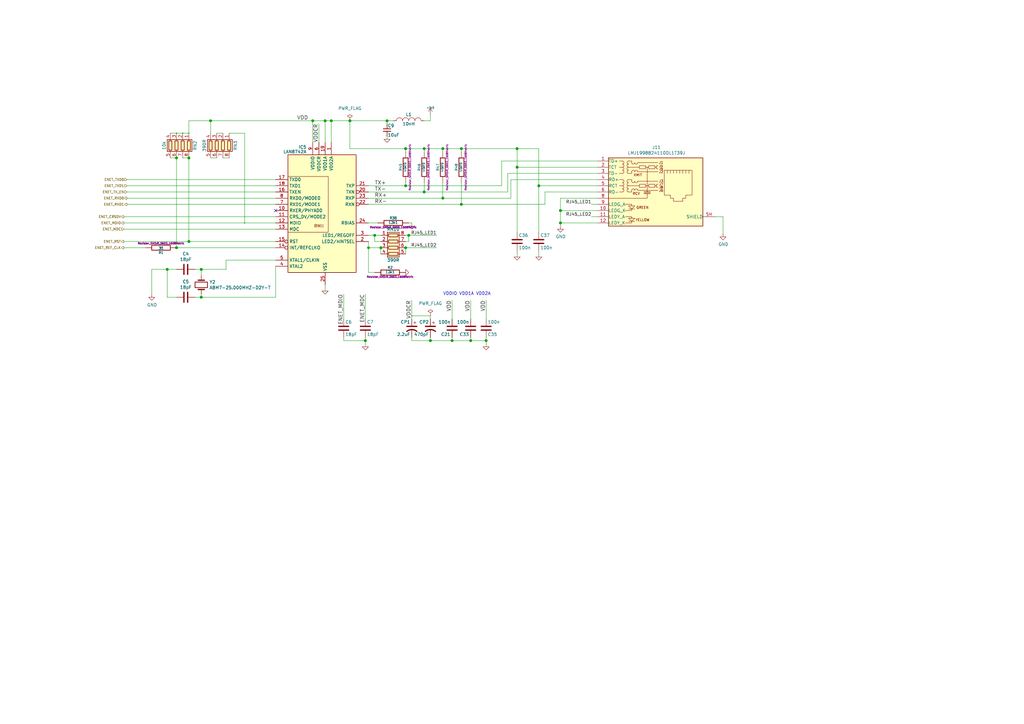
<source format=kicad_sch>
(kicad_sch (version 20211123) (generator eeschema)
  (paper "A3")
  (lib_symbols
    (symbol "Device:C" (pin_numbers hide) (pin_names (offset 0.254))
      (property "Reference" "C" (at 0.635 2.54 0))
      (property "Value" "C" (at 0.635 -2.54 0))
      (symbol "C_0_1"
        (polyline (pts (xy -2.032 -0.762) (xy 2.032 -0.762)) (stroke (width 0.508)))
        (polyline (pts (xy -2.032 0.762) (xy 2.032 0.762)) (stroke (width 0.508)))
      )
      (symbol "C_1_1"
        (pin passive line (at 0 3.81 270) (length 2.794) (name "~") (number "1"))
        (pin passive line (at 0 -3.81 90) (length 2.794) (name "~") (number "2"))
      )
    )
    (symbol "Device:CP1" (pin_numbers hide) (pin_names (offset 0.254) hide)
      (property "Reference" "C" (at 0.635 2.54 0))
      (property "Value" "CP1" (at 0.635 -2.54 0))
      (symbol "CP1_0_1"
        (polyline (pts (xy -2.032 0.762) (xy 2.032 0.762)) (stroke (width 0.508)))
        (polyline (pts (xy -1.778 2.286) (xy -0.762 2.286)))
        (polyline (pts (xy -1.27 1.778) (xy -1.27 2.794)))
        (arc (start 2.032 -1.27) (mid 0 -0.5572) (end -2.032 -1.27) (stroke (width 0.508)))
      )
      (symbol "CP1_1_1"
        (pin passive line (at 0 3.81 270) (length 2.794) (name "~") (number "1"))
        (pin passive line (at 0 -3.81 90) (length 3.302) (name "~") (number "2"))
      )
    )
    (symbol "Device:C_Small" (pin_numbers hide) (pin_names (offset 0.254) hide)
      (property "Reference" "C" (at 0.254 1.778 0))
      (property "Value" "C_Small" (at 0.254 -2.032 0))
      (symbol "C_Small_0_1"
        (polyline (pts (xy -1.524 -0.508) (xy 1.524 -0.508)) (stroke (width 0.3302)))
        (polyline (pts (xy -1.524 0.508) (xy 1.524 0.508)) (stroke (width 0.3048)))
      )
      (symbol "C_Small_1_1"
        (pin passive line (at 0 2.54 270) (length 2.032) (name "~") (number "1"))
        (pin passive line (at 0 -2.54 90) (length 2.032) (name "~") (number "2"))
      )
    )
    (symbol "Device:R_Pack04" (pin_names (offset 0) hide)
      (property "Reference" "RN" (at -7.62 0 90))
      (property "Value" "R_Pack04" (at 5.08 0 90))
      (symbol "R_Pack04_0_1"
        (rectangle (start -6.35 -2.413) (end 3.81 2.413) (stroke (width 0.254)) (fill (type background)))
        (rectangle (start -5.715 1.905) (end -4.445 -1.905) (stroke (width 0.254)))
        (rectangle (start -3.175 1.905) (end -1.905 -1.905) (stroke (width 0.254)))
        (rectangle (start -0.635 1.905) (end 0.635 -1.905) (stroke (width 0.254)))
        (polyline (pts (xy -5.08 -2.54) (xy -5.08 -1.905)))
        (polyline (pts (xy -5.08 1.905) (xy -5.08 2.54)))
        (polyline (pts (xy -2.54 -2.54) (xy -2.54 -1.905)))
        (polyline (pts (xy -2.54 1.905) (xy -2.54 2.54)))
        (polyline (pts (xy 0 -2.54) (xy 0 -1.905)))
        (polyline (pts (xy 0 1.905) (xy 0 2.54)))
        (polyline (pts (xy 2.54 -2.54) (xy 2.54 -1.905)))
        (polyline (pts (xy 2.54 1.905) (xy 2.54 2.54)))
        (rectangle (start 1.905 1.905) (end 3.175 -1.905) (stroke (width 0.254)))
      )
      (symbol "R_Pack04_1_1"
        (pin passive line (at -5.08 -5.08 90) (length 2.54) (name "R1.1") (number "1"))
        (pin passive line (at -2.54 -5.08 90) (length 2.54) (name "R2.1") (number "2"))
        (pin passive line (at 0 -5.08 90) (length 2.54) (name "R3.1") (number "3"))
        (pin passive line (at 2.54 -5.08 90) (length 2.54) (name "R4.1") (number "4"))
        (pin passive line (at 2.54 5.08 270) (length 2.54) (name "R4.2") (number "5"))
        (pin passive line (at 0 5.08 270) (length 2.54) (name "R3.2") (number "6"))
        (pin passive line (at -2.54 5.08 270) (length 2.54) (name "R2.2") (number "7"))
        (pin passive line (at -5.08 5.08 270) (length 2.54) (name "R1.2") (number "8"))
      )
    )
    (symbol "Uni_Printer-rescue:C-Device" (pin_numbers hide) (pin_names (offset 0.254))
      (property "Reference" "C" (at 0.635 2.54 0))
      (property "Value" "C-Device" (at 0.635 -2.54 0))
      (symbol "C-Device_0_1"
        (polyline (pts (xy -2.032 -0.762) (xy 2.032 -0.762)) (stroke (width 0.508)))
        (polyline (pts (xy -2.032 0.762) (xy 2.032 0.762)) (stroke (width 0.508)))
      )
      (symbol "C-Device_1_1"
        (pin passive line (at 0 3.81 270) (length 2.794) (name "~") (number "1"))
        (pin passive line (at 0 -3.81 90) (length 2.794) (name "~") (number "2"))
      )
    )
    (symbol "Uni_Printer-rescue:Crystal-Device" (pin_numbers hide) (pin_names (offset 1.016) hide)
      (property "Reference" "Y" (at 0 3.81 0))
      (property "Value" "Crystal-Device" (at 0 -3.81 0))
      (symbol "Crystal-Device_0_1"
        (rectangle (start -1.143 2.54) (end 1.143 -2.54) (stroke (width 0.3048)))
        (polyline (pts (xy -2.54 0) (xy -1.905 0)))
        (polyline (pts (xy -1.905 -1.27) (xy -1.905 1.27)) (stroke (width 0.508)))
        (polyline (pts (xy 1.905 -1.27) (xy 1.905 1.27)) (stroke (width 0.508)))
        (polyline (pts (xy 2.54 0) (xy 1.905 0)))
      )
      (symbol "Crystal-Device_1_1"
        (pin passive line (at -3.81 0 0) (length 1.27) (name "1") (number "1"))
        (pin passive line (at 3.81 0 180) (length 1.27) (name "2") (number "2"))
      )
    )
    (symbol "Uni_Printer-rescue:GND-lampa_uv-cache" (power) (pin_names (offset 0))
      (property "Value" "GND-lampa_uv-cache" (at 0 -3.81 0))
      (symbol "GND-lampa_uv-cache_0_1"
        (polyline (pts (xy 0 0) (xy 0 -1.27) (xy 1.27 -1.27) (xy 0 -2.54) (xy -1.27 -1.27) (xy 0 -1.27)))
      )
      (symbol "GND-lampa_uv-cache_1_1"
        (pin power_in line (at 0 0 270) (length 0) hide (name "GND") (number "1"))
      )
    )
    (symbol "Uni_Printer-rescue:GND-lampa_uv-cache-Sensor_tank_v1-rescue-Uni_General_v1-rescue-Uni_Printer_v1-rescue" (power) (pin_names (offset 0))
      (property "Value" "GND-lampa_uv-cache-Sensor_tank_v1-rescue-Uni_General_v1-rescue-Uni_Printer_v1-rescue" (at 0 -3.81 0))
      (symbol "GND-lampa_uv-cache-Sensor_tank_v1-rescue-Uni_General_v1-rescue-Uni_Printer_v1-rescue_0_1"
        (polyline (pts (xy 0 0) (xy 0 -1.27) (xy 1.27 -1.27) (xy 0 -2.54) (xy -1.27 -1.27) (xy 0 -1.27)))
      )
      (symbol "GND-lampa_uv-cache-Sensor_tank_v1-rescue-Uni_General_v1-rescue-Uni_Printer_v1-rescue_1_1"
        (pin power_in line (at 0 0 270) (length 0) hide (name "GND") (number "1"))
      )
    )
    (symbol "Uni_Printer-rescue:RJ45-TRANSFO_v2-rj12" (pin_names (offset 0.0254))
      (property "Reference" "J" (at 2.54 15.24 0))
      (property "Value" "RJ45-TRANSFO_v2-rj12" (at -1.27 15.24 0))
      (symbol "RJ45-TRANSFO_v2-rj12_0_0"
        (polyline (pts (xy -19.05 -6.985) (xy -19.05 -7.62) (xy -21.59 -7.62)))
        (polyline (pts (xy -17.78 -12.065) (xy -20.32 -12.065) (xy -20.32 -12.065)))
        (polyline (pts (xy -17.78 -6.985) (xy -20.32 -6.985) (xy -20.32 -6.985)))
        (polyline (pts (xy -12.7 2.54) (xy -12.7 0) (xy -12.7 0)))
        (polyline (pts (xy -12.7 10.16) (xy -12.7 2.54) (xy -12.7 2.54)))
        (polyline (pts (xy -11.43 -0.635) (xy -13.97 -0.635) (xy -13.97 -0.635)) (stroke (width 0.254)))
        (polyline (pts (xy -8.89 2.54) (xy -9.525 2.54) (xy -9.525 2.54)))
        (polyline (pts (xy -8.89 10.16) (xy -9.525 10.16) (xy -9.525 10.16)))
        (polyline (pts (xy -21.59 -12.7) (xy -19.05 -12.7) (xy -19.05 -12.065) (xy -19.05 -12.065)))
        (polyline (pts (xy -21.59 -10.16) (xy -19.05 -10.16) (xy -19.05 -10.795) (xy -19.05 -10.795)))
        (polyline (pts (xy -21.59 -5.08) (xy -19.05 -5.08) (xy -19.05 -5.715) (xy -19.05 -5.715)))
        (polyline (pts (xy -12.7 -0.635) (xy -12.7 -2.54) (xy -28.575 -2.54) (xy -22.225 -2.54)))
        (polyline (pts (xy -11.43 0) (xy -13.335 0) (xy -13.97 0) (xy -13.97 0)) (stroke (width 0.254)))
        (polyline (pts (xy -20.32 -5.715) (xy -17.78 -5.715) (xy -19.05 -6.985) (xy -20.32 -5.715) (xy -20.32 -5.715)))
        (polyline (pts (xy -17.78 -10.795) (xy -20.32 -10.795) (xy -19.05 -12.065) (xy -17.78 -10.795) (xy -17.78 -10.795)))
        (polyline (pts (xy -8.255 3.175) (xy -8.89 3.175) (xy -8.89 1.905) (xy -8.255 1.905) (xy -8.255 1.905)))
        (polyline (pts (xy -8.255 10.795) (xy -8.89 10.795) (xy -8.89 9.525) (xy -8.255 9.525) (xy -8.255 9.525)))
        (text "GREEN" (at -14.605 -6.35 0) (effects (font (size 1.016 1.016))))
        (text "J1" (at -6.985 12.065 0) (effects (font (size 1.016 1.016))))
        (text "J2" (at -6.985 8.255 0) (effects (font (size 1.016 1.016))))
        (text "J3" (at -6.985 4.445 0) (effects (font (size 1.016 1.016))))
        (text "J4" (at -6.985 10.16 0) (effects (font (size 0.889 0.889)) (justify bottom)))
        (text "J5" (at -6.985 9.525 0) (effects (font (size 0.889 0.889))))
        (text "J6" (at -6.985 0.635 0) (effects (font (size 1.016 1.016))))
        (text "J7" (at -6.985 2.54 0) (effects (font (size 0.889 0.889)) (justify bottom)))
        (text "J8" (at -6.985 1.905 0) (effects (font (size 0.889 0.889))))
        (text "RCV" (at -17.145 -0.635 0) (effects (font (size 1.016 1.016))))
        (text "XMIT" (at -16.51 6.985 0) (effects (font (size 1.016 1.016))))
        (text "YELLOW" (at -14.605 -11.43 0) (effects (font (size 1.016 1.016))))
      )
      (symbol "RJ45-TRANSFO_v2-rj12_0_1"
        (rectangle (start -28.575 -13.97) (end 10.16 13.97) (stroke (width 0.254)) (fill (type background)))
        (arc (start -22.86 0) (mid -22.225 0.635) (end -22.86 1.27))
        (arc (start -22.86 1.27) (mid -22.225 1.905) (end -22.86 2.54))
        (arc (start -22.86 2.54) (mid -22.225 3.175) (end -22.86 3.81))
        (arc (start -22.86 3.81) (mid -22.225 4.445) (end -22.86 5.08))
        (arc (start -22.86 7.62) (mid -22.225 8.255) (end -22.86 8.89))
        (arc (start -22.86 8.89) (mid -22.225 9.525) (end -22.86 10.16))
        (arc (start -22.86 10.16) (mid -22.225 10.795) (end -22.86 11.43))
        (arc (start -22.86 11.43) (mid -22.225 12.065) (end -22.86 12.7))
        (arc (start -20.32 1.27) (mid -20.955 0.635) (end -20.32 0))
        (arc (start -20.32 2.54) (mid -20.955 1.905) (end -20.32 1.27))
        (arc (start -20.32 3.81) (mid -20.955 3.175) (end -20.32 2.54))
        (arc (start -20.32 5.08) (mid -20.955 4.445) (end -20.32 3.81))
        (arc (start -20.32 8.89) (mid -20.955 8.255) (end -20.32 7.62))
        (arc (start -20.32 10.16) (mid -20.955 9.525) (end -20.32 8.89))
        (arc (start -20.32 11.43) (mid -20.955 10.795) (end -20.32 10.16))
        (arc (start -20.32 12.7) (mid -20.955 12.065) (end -20.32 11.43))
        (arc (start -19.05 4.445) (mid -18.415 3.81) (end -17.78 4.445))
        (arc (start -19.05 12.065) (mid -18.415 11.43) (end -17.78 12.065))
        (arc (start -17.78 0.635) (mid -18.415 1.27) (end -19.05 0.635))
        (arc (start -17.78 4.445) (mid -17.145 3.81) (end -16.51 4.445))
        (arc (start -17.78 8.255) (mid -18.415 8.89) (end -19.05 8.255))
        (arc (start -17.78 12.065) (mid -17.145 11.43) (end -16.51 12.065))
        (arc (start -16.51 0.635) (mid -17.145 1.27) (end -17.78 0.635))
        (arc (start -16.51 8.255) (mid -17.145 8.89) (end -17.78 8.255))
        (rectangle (start -15.875 3.175) (end -13.335 1.905))
        (rectangle (start -15.875 10.795) (end -13.335 9.525))
        (rectangle (start -12.065 3.175) (end -9.525 1.905))
        (rectangle (start -12.065 10.795) (end -9.525 9.525))
        (polyline (pts (xy -22.86 0) (xy -24.13 0) (xy -23.495 0)))
        (polyline (pts (xy -22.86 2.54) (xy -24.13 2.54) (xy -23.495 2.54)))
        (polyline (pts (xy -22.86 5.08) (xy -24.13 5.08) (xy -23.495 5.08)))
        (polyline (pts (xy -22.86 7.62) (xy -24.13 7.62) (xy -23.495 7.62)))
        (polyline (pts (xy -22.86 10.16) (xy -24.13 10.16) (xy -23.495 10.16)))
        (polyline (pts (xy -16.51 0.635) (xy -8.255 0.635) (xy -8.255 0.635)))
        (polyline (pts (xy -16.51 4.445) (xy -8.255 4.445) (xy -8.255 4.445)))
        (polyline (pts (xy -16.51 8.255) (xy -8.255 8.255) (xy -8.255 8.255)))
        (polyline (pts (xy -16.51 12.065) (xy -8.255 12.065) (xy -8.255 12.065)))
        (polyline (pts (xy -13.335 2.54) (xy -12.065 2.54) (xy -12.065 2.54)))
        (polyline (pts (xy -13.335 10.16) (xy -12.065 10.16) (xy -12.065 10.16)))
        (polyline (pts (xy -4.445 7.62) (xy -4.445 8.89) (xy -4.445 8.89)))
        (polyline (pts (xy -3.175 8.89) (xy -3.175 7.62) (xy -3.175 7.62)))
        (polyline (pts (xy -1.905 8.89) (xy -1.905 7.62) (xy -1.905 7.62)))
        (polyline (pts (xy -0.635 8.89) (xy -0.635 7.62) (xy -0.635 7.62)))
        (polyline (pts (xy 0.635 8.89) (xy 0.635 7.62) (xy 0.635 7.62)))
        (polyline (pts (xy 1.905 8.89) (xy 1.905 7.62) (xy 1.905 7.62)))
        (polyline (pts (xy 3.175 7.62) (xy 3.175 8.89) (xy 3.175 8.89)))
        (polyline (pts (xy 4.445 7.62) (xy 4.445 8.89) (xy 4.445 8.89)))
        (polyline (pts (xy -22.86 12.7) (xy -24.13 12.7) (xy -23.495 12.7) (xy -23.495 12.7)))
        (polyline (pts (xy -19.05 0.635) (xy -19.05 0) (xy -20.32 0) (xy -20.32 0)))
        (polyline (pts (xy -19.05 8.255) (xy -19.05 7.62) (xy -20.32 7.62) (xy -20.32 7.62)))
        (polyline (pts (xy -15.875 2.54) (xy -20.32 2.54) (xy -20.32 2.54) (xy -20.32 2.54)))
        (polyline (pts (xy -15.875 10.16) (xy -20.32 10.16) (xy -20.32 10.16) (xy -20.32 10.16)))
        (polyline (pts (xy -20.32 5.08) (xy -19.05 5.08) (xy -19.05 4.445) (xy -19.05 4.445) (xy -19.05 4.445) (xy -19.05 4.445)))
        (polyline (pts (xy -20.32 12.7) (xy -19.05 12.7) (xy -19.05 12.065) (xy -19.05 12.065) (xy -19.05 12.065) (xy -19.05 12.065)))
        (polyline (pts (xy -5.715 8.89) (xy 5.715 8.89) (xy 5.715 -1.27) (xy 3.175 -1.27) (xy 3.175 -2.54) (xy 1.905 -2.54) (xy 1.905 -3.81) (xy -1.905 -3.81) (xy -1.905 -2.54) (xy -3.175 -2.54) (xy -3.175 -1.27) (xy -5.715 -1.27) (xy -5.715 8.89) (xy -5.715 8.89)))
      )
      (symbol "RJ45-TRANSFO_v2-rj12_1_1"
        (pin passive line (at -33.02 12.7 0) (length 4.445) (name "TD+") (number "1"))
        (pin passive line (at -33.02 -7.62 0) (length 4.445) (name "LEDG_K") (number "10"))
        (pin passive line (at -33.02 -10.16 0) (length 4.445) (name "LEDY_A") (number "11"))
        (pin passive line (at -33.02 -12.7 0) (length 4.445) (name "LEDY_K") (number "12"))
        (pin passive line (at -33.02 10.16 0) (length 4.445) (name "TCT") (number "2"))
        (pin passive line (at -33.02 7.62 0) (length 4.445) (name "TD-") (number "3"))
        (pin passive line (at -33.02 5.08 0) (length 4.445) (name "RD+") (number "4"))
        (pin passive line (at -33.02 2.54 0) (length 4.445) (name "RCT") (number "5"))
        (pin passive line (at -33.02 0 0) (length 4.445) (name "RD-") (number "6"))
        (pin passive line (at -33.02 -2.54 0) (length 4.445) (name "~") (number "8"))
        (pin passive line (at -33.02 -5.08 0) (length 4.445) (name "LEDG_A") (number "9"))
        (pin passive line (at 15.24 -10.16 180) (length 5.08) (name "SHIELD") (number "SH"))
      )
    )
    (symbol "power:+3V3" (power) (pin_names (offset 0))
      (property "Value" "+3V3" (at 0 3.556 0))
      (symbol "+3V3_0_1"
        (polyline (pts (xy -0.762 1.27) (xy 0 2.54)))
        (polyline (pts (xy 0 0) (xy 0 2.54)))
        (polyline (pts (xy 0 2.54) (xy 0.762 1.27)))
      )
      (symbol "+3V3_1_1"
        (pin power_in line (at 0 0 90) (length 0) hide (name "+3V3") (number "1"))
      )
    )
    (symbol "power:PWR_FLAG" (power) (pin_numbers hide) (pin_names (offset 0) hide)
      (property "Value" "PWR_FLAG" (at 0 3.81 0))
      (symbol "PWR_FLAG_0_0"
        (pin power_out line (at 0 0 90) (length 0) (name "pwr") (number "1"))
      )
      (symbol "PWR_FLAG_0_1"
        (polyline (pts (xy 0 0) (xy 0 1.27) (xy -1.016 1.905) (xy 0 2.54) (xy 1.016 1.905) (xy 0 1.27)))
      )
    )
    (symbol "step2cnc-rescue:GND-RESCUE-step2cnc8_" (power) (pin_names (offset 0))
      (symbol "GND-RESCUE-step2cnc8__0_1"
        (polyline (pts (xy -1.27 0) (xy 0 -1.27) (xy 1.27 0) (xy -1.27 0)))
      )
      (symbol "GND-RESCUE-step2cnc8__1_1"
        (pin power_in line (at 0 0 90) (length 0) hide (name "GND") (number "1"))
      )
    )
    (symbol "step2cnc-rescue:INDUCTOR_SMALL" (pin_numbers hide) (pin_names (offset 0) hide)
      (property "Reference" "L" (at 0 2.54 0))
      (property "Value" "INDUCTOR_SMALL" (at 0 -1.27 0))
      (symbol "INDUCTOR_SMALL_0_1"
        (arc (start -2.54 0) (mid -3.81 1.27) (end -5.08 0))
        (arc (start 0 0) (mid -1.27 1.27) (end -2.54 0))
        (arc (start 2.54 0) (mid 1.27 1.27) (end 0 0))
        (arc (start 5.08 0) (mid 3.81 1.27) (end 2.54 0))
      )
      (symbol "INDUCTOR_SMALL_1_1"
        (pin input line (at -6.35 0 0) (length 1.27) (name "1") (number "1"))
        (pin input line (at 6.35 0 180) (length 1.27) (name "2") (number "2"))
      )
    )
    (symbol "step2cnc-rescue:LAN8720A"
      (property "Reference" "U" (at -7.62 28.575 0))
      (property "Value" "LAN8720A" (at -7.62 26.67 0))
      (symbol "LAN8720A_0_0"
        (text "RMII" (at -2.54 -3.81 0) (effects (font (size 1.27 1.27))))
      )
      (symbol "LAN8720A_0_1"
        (rectangle (start -15.24 25.4) (end 12.7 -22.86) (stroke (width 0.254)) (fill (type background)))
        (polyline (pts (xy -15.24 -6.35) (xy 1.27 -6.35) (xy 1.27 16.51) (xy -15.24 16.51)))
      )
      (symbol "LAN8720A_1_1"
        (pin power_in line (at 2.54 30.48 270) (length 5.08) (name "VDD2A") (number "1"))
        (pin output line (at -20.32 2.54 0) (length 5.08) (name "RXER/PHYAD0") (number "10"))
        (pin output line (at -20.32 0 0) (length 5.08) (name "CRS_DV/MODE2") (number "11"))
        (pin bidirectional line (at -20.32 -2.54 0) (length 5.08) (name "MDIO") (number "12"))
        (pin input line (at -20.32 -5.08 0) (length 5.08) (name "MDC") (number "13"))
        (pin output inverted (at -20.32 -12.7 0) (length 5.08) (name "INT/REFCLKO") (number "14"))
        (pin input inverted (at -20.32 -10.16 0) (length 5.08) (name "RST") (number "15"))
        (pin input line (at -20.32 10.16 0) (length 5.08) (name "TXEN") (number "16"))
        (pin input line (at -20.32 15.24 0) (length 5.08) (name "TXD0") (number "17"))
        (pin input line (at -20.32 12.7 0) (length 5.08) (name "TXD1") (number "18"))
        (pin power_in line (at 0 30.48 270) (length 5.08) (name "VDD1A") (number "19"))
        (pin bidirectional line (at 17.78 -10.16 180) (length 5.08) (name "LED2/nINTSEL") (number "2"))
        (pin output inverted (at 17.78 10.16 180) (length 5.08) (name "TXN") (number "20"))
        (pin output line (at 17.78 12.7 180) (length 5.08) (name "TXP") (number "21"))
        (pin output inverted (at 17.78 5.08 180) (length 5.08) (name "RXN") (number "22"))
        (pin output line (at 17.78 7.62 180) (length 5.08) (name "RXP") (number "23"))
        (pin input line (at 17.78 -2.54 180) (length 5.08) (name "RBIAS") (number "24"))
        (pin power_in line (at 0 -27.94 90) (length 5.08) (name "VSS") (number "25"))
        (pin bidirectional line (at 17.78 -7.62 180) (length 5.08) (name "LED1/REGOFF") (number "3"))
        (pin passive line (at -20.32 -20.32 0) (length 5.08) (name "XTAL2") (number "4"))
        (pin passive line (at -20.32 -17.78 0) (length 5.08) (name "XTAL1/CLKIN") (number "5"))
        (pin power_in line (at -2.54 30.48 270) (length 5.08) (name "VDDCR") (number "6"))
        (pin output line (at -20.32 5.08 0) (length 5.08) (name "RXD1/MODE1") (number "7"))
        (pin output line (at -20.32 7.62 0) (length 5.08) (name "RXD0/MODE0") (number "8"))
        (pin power_in line (at -5.08 30.48 270) (length 5.08) (name "VDDIO") (number "9"))
      )
    )
    (symbol "step2cnc-rescue:R-RESCUE-step2cnc8_" (pin_numbers hide) (pin_names (offset 0))
      (property "Reference" "R" (at 2.032 0 90))
      (property "Value" "R-RESCUE-step2cnc8_" (at 0.1778 0.0254 90))
      (symbol "R-RESCUE-step2cnc8__0_1"
        (rectangle (start -1.016 3.81) (end 1.016 -3.81) (stroke (width 0.3048)))
      )
      (symbol "R-RESCUE-step2cnc8__1_1"
        (pin passive line (at 0 6.35 270) (length 2.54) (name "~") (number "1"))
        (pin passive line (at 0 -6.35 90) (length 2.54) (name "~") (number "2"))
      )
    )
  )
  (junction (at 212.09 68.58) (diameter 1.016))
  (junction (at 82.55 110.49) (diameter 1.016))
  (junction (at 166.37 60.96) (diameter 1.016))
  (junction (at 158.75 49.53) (diameter 1))
  (junction (at 135.89 49.53) (diameter 1.016))
  (junction (at 77.47 64.77) (diameter 1))
  (junction (at 176.53 139.7) (diameter 1))
  (junction (at 86.36 49.53) (diameter 1))
  (junction (at 181.61 81.28) (diameter 1))
  (junction (at 193.04 139.7) (diameter 1))
  (junction (at 153.67 96.52) (diameter 1))
  (junction (at 133.35 49.53) (diameter 1.016))
  (junction (at 189.23 60.96) (diameter 1.016))
  (junction (at 143.51 49.53) (diameter 1.016))
  (junction (at 167.64 96.52) (diameter 1.016))
  (junction (at 173.99 60.96) (diameter 1.016))
  (junction (at 173.99 78.74) (diameter 1))
  (junction (at 151.13 101.6))
  (junction (at 212.09 60.96) (diameter 1.016))
  (junction (at 168.91 129.54) (diameter 0.3048))
  (junction (at 166.37 76.2) (diameter 1))
  (junction (at 72.39 101.6) (diameter 1.016))
  (junction (at 72.39 64.77) (diameter 1))
  (junction (at 199.39 139.7) (diameter 1))
  (junction (at 185.42 139.7) (diameter 1))
  (junction (at 166.37 101.6) (diameter 1.016))
  (junction (at 82.55 121.92) (diameter 1.016))
  (junction (at 181.61 60.96) (diameter 1.016))
  (junction (at 156.21 101.6) (diameter 1.016))
  (junction (at 149.86 139.7) (diameter 1))
  (junction (at 229.87 86.36) (diameter 1.016))
  (junction (at 77.47 99.06) (diameter 1.016))
  (junction (at 189.23 83.82) (diameter 1))
  (junction (at 68.58 110.49) (diameter 1.016))
  (junction (at 77.47 54.61) (diameter 0.3048))
  (junction (at 229.87 91.44) (diameter 1.016))
  (junction (at 72.39 54.61) (diameter 0.3048))
  (junction (at 74.93 54.61) (diameter 0.3048))
  (junction (at 100.33 91.44) (diameter 0.3048))
  (junction (at 128.27 49.53) (diameter 1.016))
  (junction (at 220.98 76.2) (diameter 1.016))
  (no_connect (at 113.03 86.36))
  (wire (pts (xy 77.47 99.06) (xy 113.03 99.06)))
  (wire (pts (xy 151.13 101.6) (xy 156.21 101.6)))
  (wire (pts (xy 223.52 78.74) (xy 223.52 83.82)))
  (wire (pts (xy 167.64 96.52) (xy 179.07 96.52)))
  (wire (pts (xy 153.67 99.06) (xy 153.67 96.52)))
  (wire (pts (xy 293.37 88.9) (xy 296.545 88.9)))
  (wire (pts (xy 62.23 120.65) (xy 62.23 110.49)))
  (wire (pts (xy 166.37 76.2) (xy 205.74 76.2)))
  (wire (pts (xy 82.55 121.92) (xy 82.55 120.65)))
  (wire (pts (xy 166.37 60.96) (xy 173.99 60.96)))
  (wire (pts (xy 72.39 101.6) (xy 113.03 101.6)))
  (wire (pts (xy 199.39 139.7) (xy 199.39 142.24)))
  (wire (pts (xy 158.75 57.15) (xy 158.75 55.88)))
  (wire (pts (xy 133.35 49.53) (xy 135.89 49.53)))
  (wire (pts (xy 128.27 49.53) (xy 128.27 58.42)))
  (wire (pts (xy 52.07 78.74) (xy 113.03 78.74)))
  (wire (pts (xy 176.53 138.43) (xy 176.53 139.7)))
  (wire (pts (xy 151.13 96.52) (xy 153.67 96.52)))
  (wire (pts (xy 245.11 81.28) (xy 229.87 81.28)))
  (wire (pts (xy 168.91 91.44) (xy 168.91 92.71)))
  (wire (pts (xy 168.91 129.54) (xy 168.91 130.81)))
  (wire (pts (xy 185.42 139.7) (xy 185.42 138.43)))
  (wire (pts (xy 185.42 130.81) (xy 185.42 123.19)))
  (wire (pts (xy 77.47 54.61) (xy 74.93 54.61)))
  (wire (pts (xy 128.27 49.53) (xy 133.35 49.53)))
  (wire (pts (xy 86.36 49.53) (xy 128.27 49.53)))
  (wire (pts (xy 72.39 101.6) (xy 72.39 64.77)))
  (wire (pts (xy 100.33 91.44) (xy 113.03 91.44)))
  (wire (pts (xy 93.98 54.61) (xy 100.33 54.61)))
  (wire (pts (xy 242.57 88.9) (xy 245.11 88.9)))
  (wire (pts (xy 173.99 60.96) (xy 173.99 62.23)))
  (wire (pts (xy 82.55 113.03) (xy 82.55 110.49)))
  (wire (pts (xy 68.58 121.92) (xy 72.39 121.92)))
  (wire (pts (xy 158.75 49.53) (xy 161.29 49.53)))
  (wire (pts (xy 176.53 139.7) (xy 185.42 139.7)))
  (wire (pts (xy 82.55 121.92) (xy 113.03 121.92)))
  (wire (pts (xy 173.99 49.53) (xy 176.53 49.53)))
  (wire (pts (xy 130.81 58.42) (xy 130.81 50.8)))
  (wire (pts (xy 50.8 99.06) (xy 77.47 99.06)))
  (wire (pts (xy 212.09 102.87) (xy 212.09 105.41)))
  (wire (pts (xy 212.09 68.58) (xy 245.11 68.58)))
  (wire (pts (xy 181.61 60.96) (xy 181.61 62.23)))
  (wire (pts (xy 69.85 64.77) (xy 72.39 64.77)))
  (wire (pts (xy 176.53 129.54) (xy 168.91 129.54)))
  (wire (pts (xy 151.13 76.2) (xy 166.37 76.2)))
  (wire (pts (xy 181.61 74.93) (xy 181.61 81.28)))
  (wire (pts (xy 72.39 110.49) (xy 68.58 110.49)))
  (wire (pts (xy 212.09 68.58) (xy 212.09 95.25)))
  (wire (pts (xy 50.8 101.6) (xy 59.69 101.6)))
  (wire (pts (xy 72.39 54.61) (xy 69.85 54.61)))
  (wire (pts (xy 74.93 54.61) (xy 72.39 54.61)))
  (wire (pts (xy 167.64 91.44) (xy 168.91 91.44)))
  (wire (pts (xy 173.99 74.93) (xy 173.99 78.74)))
  (wire (pts (xy 158.75 49.53) (xy 158.75 50.8)))
  (wire (pts (xy 185.42 139.7) (xy 193.04 139.7)))
  (wire (pts (xy 166.37 74.93) (xy 166.37 76.2)))
  (wire (pts (xy 166.37 101.6) (xy 179.07 101.6)))
  (wire (pts (xy 229.87 86.36) (xy 229.87 91.44)))
  (wire (pts (xy 245.11 73.66) (xy 209.55 73.66)))
  (wire (pts (xy 143.51 49.53) (xy 143.51 60.96)))
  (wire (pts (xy 154.94 91.44) (xy 151.13 91.44)))
  (wire (pts (xy 220.98 76.2) (xy 220.98 95.25)))
  (wire (pts (xy 199.39 138.43) (xy 199.39 139.7)))
  (wire (pts (xy 229.87 81.28) (xy 229.87 86.36)))
  (wire (pts (xy 143.51 60.96) (xy 166.37 60.96)))
  (wire (pts (xy 100.33 54.61) (xy 100.33 91.44)))
  (wire (pts (xy 193.04 139.7) (xy 193.04 138.43)))
  (wire (pts (xy 168.91 138.43) (xy 168.91 139.7)))
  (wire (pts (xy 77.47 64.77) (xy 77.47 99.06)))
  (wire (pts (xy 189.23 60.96) (xy 212.09 60.96)))
  (wire (pts (xy 245.11 71.12) (xy 208.28 71.12)))
  (wire (pts (xy 205.74 66.04) (xy 245.11 66.04)))
  (wire (pts (xy 149.86 138.43) (xy 149.86 139.7)))
  (wire (pts (xy 208.28 71.12) (xy 208.28 78.74)))
  (wire (pts (xy 242.57 83.82) (xy 245.11 83.82)))
  (wire (pts (xy 151.13 101.6) (xy 151.13 111.76)))
  (wire (pts (xy 151.13 111.76) (xy 153.67 111.76)))
  (wire (pts (xy 193.04 139.7) (xy 199.39 139.7)))
  (wire (pts (xy 82.55 110.49) (xy 92.71 110.49)))
  (wire (pts (xy 189.23 83.82) (xy 223.52 83.82)))
  (wire (pts (xy 166.37 96.52) (xy 167.64 96.52)))
  (wire (pts (xy 62.23 110.49) (xy 68.58 110.49)))
  (wire (pts (xy 50.8 91.44) (xy 100.33 91.44)))
  (wire (pts (xy 181.61 60.96) (xy 189.23 60.96)))
  (wire (pts (xy 143.51 49.53) (xy 158.75 49.53)))
  (wire (pts (xy 176.53 49.53) (xy 176.53 46.99)))
  (wire (pts (xy 168.91 139.7) (xy 176.53 139.7)))
  (wire (pts (xy 92.71 106.68) (xy 92.71 110.49)))
  (wire (pts (xy 189.23 60.96) (xy 189.23 62.23)))
  (wire (pts (xy 176.53 130.81) (xy 176.53 129.54)))
  (wire (pts (xy 189.23 74.93) (xy 189.23 83.82)))
  (wire (pts (xy 153.67 96.52) (xy 156.21 96.52)))
  (wire (pts (xy 209.55 73.66) (xy 209.55 81.28)))
  (wire (pts (xy 77.47 49.53) (xy 77.47 54.61)))
  (wire (pts (xy 68.58 110.49) (xy 68.58 121.92)))
  (wire (pts (xy 52.07 73.66) (xy 113.03 73.66)))
  (wire (pts (xy 151.13 83.82) (xy 189.23 83.82)))
  (wire (pts (xy 245.11 78.74) (xy 223.52 78.74)))
  (wire (pts (xy 133.35 49.53) (xy 133.35 58.42)))
  (wire (pts (xy 140.97 138.43) (xy 140.97 139.7)))
  (wire (pts (xy 168.91 123.19) (xy 168.91 129.54)))
  (wire (pts (xy 296.545 88.9) (xy 296.545 95.885)))
  (wire (pts (xy 52.07 83.82) (xy 113.03 83.82)))
  (wire (pts (xy 91.44 64.77) (xy 93.98 64.77)))
  (wire (pts (xy 167.64 99.06) (xy 166.37 99.06)))
  (wire (pts (xy 229.87 91.44) (xy 245.11 91.44)))
  (wire (pts (xy 50.8 88.9) (xy 113.03 88.9)))
  (wire (pts (xy 220.98 60.96) (xy 220.98 76.2)))
  (wire (pts (xy 151.13 78.74) (xy 173.99 78.74)))
  (wire (pts (xy 113.03 109.22) (xy 113.03 121.92)))
  (wire (pts (xy 50.8 93.98) (xy 113.03 93.98)))
  (wire (pts (xy 212.09 60.96) (xy 212.09 68.58)))
  (wire (pts (xy 88.9 54.61) (xy 91.44 54.61)))
  (wire (pts (xy 173.99 60.96) (xy 181.61 60.96)))
  (wire (pts (xy 86.36 49.53) (xy 86.36 54.61)))
  (wire (pts (xy 245.11 76.2) (xy 220.98 76.2)))
  (wire (pts (xy 151.13 81.28) (xy 181.61 81.28)))
  (wire (pts (xy 86.36 64.77) (xy 88.9 64.77)))
  (wire (pts (xy 199.39 123.19) (xy 199.39 130.81)))
  (wire (pts (xy 133.35 116.84) (xy 133.35 119.38)))
  (wire (pts (xy 151.13 99.06) (xy 151.13 101.6)))
  (wire (pts (xy 52.07 81.28) (xy 113.03 81.28)))
  (wire (pts (xy 149.86 139.7) (xy 149.86 142.24)))
  (wire (pts (xy 140.97 130.81) (xy 140.97 120.65)))
  (wire (pts (xy 220.98 102.87) (xy 220.98 105.41)))
  (wire (pts (xy 229.87 86.36) (xy 245.11 86.36)))
  (wire (pts (xy 86.36 49.53) (xy 77.47 49.53)))
  (wire (pts (xy 135.89 49.53) (xy 135.89 58.42)))
  (wire (pts (xy 193.04 130.81) (xy 193.04 123.19)))
  (wire (pts (xy 212.09 60.96) (xy 220.98 60.96)))
  (wire (pts (xy 77.47 64.77) (xy 74.93 64.77)))
  (wire (pts (xy 82.55 110.49) (xy 80.01 110.49)))
  (wire (pts (xy 205.74 76.2) (xy 205.74 66.04)))
  (wire (pts (xy 135.89 49.53) (xy 143.51 49.53)))
  (wire (pts (xy 173.99 78.74) (xy 208.28 78.74)))
  (wire (pts (xy 149.86 130.81) (xy 149.86 120.65)))
  (wire (pts (xy 181.61 81.28) (xy 209.55 81.28)))
  (wire (pts (xy 167.64 96.52) (xy 167.64 99.06)))
  (wire (pts (xy 140.97 139.7) (xy 149.86 139.7)))
  (wire (pts (xy 82.55 121.92) (xy 80.01 121.92)))
  (wire (pts (xy 166.37 62.23) (xy 166.37 60.96)))
  (wire (pts (xy 166.37 101.6) (xy 166.37 104.14)))
  (wire (pts (xy 113.03 106.68) (xy 92.71 106.68)))
  (wire (pts (xy 156.21 101.6) (xy 156.21 104.14)))
  (wire (pts (xy 52.07 76.2) (xy 113.03 76.2)))
  (wire (pts (xy 156.21 99.06) (xy 153.67 99.06)))
  (wire (pts (xy 229.87 91.44) (xy 229.87 92.71)))
  (text "VDDIO VDD1A VDD2A" (at 201.295 121.285 180) (effects (font (size 1.27 1.27)) (justify right bottom)))
  (label "VDD" (at 199.39 123.19 270) (effects (font (size 1.524 1.524))))
  (label "RJ45_LED2" (at 242.57 88.9 180))
  (label "TX-" (at 153.67 78.74 0) (effects (font (size 1.524 1.524))))
  (label "TX+" (at 153.67 76.2 0) (effects (font (size 1.524 1.524))))
  (label "RX-" (at 153.67 83.82 0) (effects (font (size 1.524 1.524))))
  (label "RJ45_LED1" (at 179.07 96.52 180))
  (label "RJ45_LED2" (at 179.07 101.6 180))
  (label "VDDCR" (at 168.91 123.19 270) (effects (font (size 1.524 1.524))))
  (label "RJ45_LED1" (at 242.57 83.82 180))
  (label "ENET_MDC" (at 149.86 120.65 270) (effects (font (size 1.524 1.524))))
  (label "VDD" (at 193.04 123.19 270) (effects (font (size 1.524 1.524))))
  (label "RX+" (at 153.67 81.28 0) (effects (font (size 1.524 1.524))))
  (label "VDD" (at 126.365 49.53 180) (effects (font (size 1.524 1.524))))
  (label "ENET_MDIO" (at 140.97 120.65 270) (effects (font (size 1.524 1.524))))
  (label "VDD" (at 185.42 123.19 270) (effects (font (size 1.524 1.524))))
  (label "VDDCR" (at 130.81 50.8 270) (effects (font (size 1.524 1.524))))
  (hierarchical_label "ENET_TXD0" (shape input) (at 52.07 73.66 180) (effects (font (size 0.9906 0.9906))))
  (hierarchical_label "ENET_RST" (shape output) (at 50.8 99.06 180) (effects (font (size 0.991 0.991))))
  (hierarchical_label "ENET_CRSDV" (shape output) (at 50.8 88.9 180) (effects (font (size 0.991 0.991))))
  (hierarchical_label "ENET_MDC" (shape input) (at 50.8 93.98 180) (effects (font (size 0.9906 0.9906))))
  (hierarchical_label "ENET_TXD1" (shape input) (at 52.07 76.2 180) (effects (font (size 0.9906 0.9906))))
  (hierarchical_label "ENET_RXD0" (shape output) (at 52.07 81.28 180) (effects (font (size 0.9906 0.9906))))
  (hierarchical_label "ENET_RXD1" (shape output) (at 52.07 83.82 180) (effects (font (size 0.9906 0.9906))))
  (hierarchical_label "ENET_MDIO" (shape output) (at 50.8 91.44 180) (effects (font (size 0.9906 0.9906))))
  (hierarchical_label "ENET_TX_EN" (shape input) (at 52.07 78.74 180) (effects (font (size 0.9906 0.9906))))
  (hierarchical_label "ENET_REF_CLK" (shape output) (at 50.8 101.6 180) (effects (font (size 0.991 0.991))))
  (symbol (lib_id "Uni_Printer-rescue:GND-lampa_uv-cache") (at 229.87 92.71 0) (unit 1)
    (property "Reference" "#PWR0164" (effects hide))
    (property "Value" "GND" (at 229.997 97.028 0))
  )
  (symbol (lib_id "Uni_Printer-rescue:RJ45-TRANSFO_v2-rj12") (at 278.13 78.74 0) (unit 1)
    (property "Reference" "J11" (at 269.24 60.452 0))
    (property "Value" "LMJ1998824110DL1T39J" (at 269.24 62.7634 0))
    (property "Footprint" "moje:LMJ1998824110DL1T39J" (effects hide))
    (property "TME" "RJ45-TRAFO-L" (effects hide))
  )
  (symbol (lib_id "Uni_Printer-rescue:GND-lampa_uv-cache") (at 296.545 95.885 0) (unit 1)
    (property "Reference" "#PWR0165" (effects hide))
    (property "Value" "GND" (at 296.672 100.203 0))
  )
  (symbol (lib_id "Device:CP1") (at 168.91 134.62 0) (mirror y) (unit 1)
    (property "Reference" "CP1" (at 168.275 132.08 0) (effects (justify left)))
    (property "Value" "2.2uF" (at 168.275 137.16 0) (effects (justify left)))
    (property "Footprint" "Capacitor_SMD:C_0603_1608Metric" (effects hide))
  )
  (symbol (lib_id "Device:C") (at 212.09 99.06 0) (unit 1)
    (property "Reference" "C36" (at 212.725 96.52 0) (effects (justify left)))
    (property "Value" "100n" (at 212.725 101.6 0) (effects (justify left)))
    (property "Footprint" "Capacitor_SMD:C_0603_1608Metric" (effects hide))
  )
  (symbol (lib_id "Uni_Printer-rescue:C-Device") (at 76.2 110.49 270) (unit 1)
    (property "Reference" "C4" (at 76.2 104.0892 90))
    (property "Value" "18pF" (at 76.2 106.4006 90))
    (property "Footprint" "Capacitor_SMD:C_0603_1608Metric" (effects hide))
  )
  (symbol (lib_id "step2cnc-rescue:GND-RESCUE-step2cnc8_") (at 212.09 105.41 0) (unit 1)
    (property "Reference" "#PWR0161" (effects hide))
    (property "Value" "GND" (effects hide))
  )
  (symbol (lib_id "step2cnc-rescue:GND-RESCUE-step2cnc8_") (at 220.98 105.41 0) (unit 1)
    (property "Reference" "#PWR0162" (effects hide))
    (property "Value" "GND" (effects hide))
  )
  (symbol (lib_id "step2cnc-rescue:R-RESCUE-step2cnc8_") (at 66.04 101.6 90) (mirror x) (unit 1)
    (property "Reference" "R1" (at 66.04 103.632 90) (effects (font (size 1.016 1.016))))
    (property "Value" "33" (at 66.0146 101.7778 90) (effects (font (size 1.016 1.016))))
    (property "Footprint" "Resistor_SMD:R_0603_1608Metric" (at 66.04 99.822 90) (effects (font (size 0.762 0.762))))
    (property "Datasheet" "~" (at 66.04 101.6 0) (effects (font (size 0.762 0.762))))
  )
  (symbol (lib_id "Device:C_Small") (at 158.75 53.34 0) (unit 1)
    (property "Reference" "C9" (at 159.004 51.562 0) (effects (justify left)))
    (property "Value" "10uF" (at 159.004 55.372 0) (effects (justify left)))
    (property "Footprint" "Capacitor_SMD:C_0603_1608Metric" (effects hide))
  )
  (symbol (lib_id "step2cnc-rescue:GND-RESCUE-step2cnc8_") (at 133.35 119.38 0) (unit 1)
    (property "Reference" "#PWR0157" (effects hide))
    (property "Value" "GND" (effects hide))
  )
  (symbol (lib_id "power:PWR_FLAG") (at 143.51 49.53 0) (unit 1)
    (property "Reference" "#FLG0102" (effects hide))
    (property "Value" "PWR_FLAG" (at 143.51 44.45 0))
  )
  (symbol (lib_id "Device:C") (at 140.97 134.62 0) (unit 1)
    (property "Reference" "C6" (at 141.605 132.08 0) (effects (justify left)))
    (property "Value" "18pF" (at 141.605 137.16 0) (effects (justify left)))
    (property "Footprint" "Capacitor_SMD:C_0603_1608Metric" (effects hide))
  )
  (symbol (lib_id "step2cnc-rescue:R-RESCUE-step2cnc8_") (at 189.23 68.58 180) (unit 1)
    (property "Reference" "R48" (at 187.198 68.58 90) (effects (font (size 1.016 1.016))))
    (property "Value" "49R9" (at 189.0522 68.6054 90) (effects (font (size 1.016 1.016))))
    (property "Footprint" "Resistor_SMD:R_0603_1608Metric" (at 191.008 68.58 90) (effects (font (size 0.762 0.762))))
    (property "Datasheet" "~" (at 189.23 68.58 0) (effects (font (size 0.762 0.762))))
  )
  (symbol (lib_id "step2cnc-rescue:R-RESCUE-step2cnc8_") (at 166.37 68.58 180) (unit 1)
    (property "Reference" "R45" (at 164.338 68.58 90) (effects (font (size 1.016 1.016))))
    (property "Value" "49R9" (at 166.1922 68.6054 90) (effects (font (size 1.016 1.016))))
    (property "Footprint" "Resistor_SMD:R_0603_1608Metric" (at 168.148 68.58 90) (effects (font (size 0.762 0.762))))
    (property "Datasheet" "~" (at 166.37 68.58 0) (effects (font (size 0.762 0.762))))
  )
  (symbol (lib_id "step2cnc-rescue:GND-RESCUE-step2cnc8_") (at 166.37 111.76 90) (unit 1)
    (property "Reference" "#PWR0167" (effects hide))
    (property "Value" "GND" (effects hide))
  )
  (symbol (lib_id "Device:C") (at 193.04 134.62 180) (unit 1)
    (property "Reference" "C33" (at 192.405 137.16 0) (effects (justify left)))
    (property "Value" "100n" (at 192.405 132.08 0) (effects (justify left)))
    (property "Footprint" "Capacitor_SMD:C_0603_1608Metric" (effects hide))
  )
  (symbol (lib_id "step2cnc-rescue:R-RESCUE-step2cnc8_") (at 160.02 111.76 90) (unit 1)
    (property "Reference" "R2" (at 160.02 109.728 90) (effects (font (size 1.016 1.016))))
    (property "Value" "12k1" (at 159.9946 111.5822 90) (effects (font (size 1.016 1.016))))
    (property "Footprint" "Resistor_SMD:R_0603_1608Metric" (at 160.02 113.538 90) (effects (font (size 0.762 0.762))))
    (property "Datasheet" "~" (at 160.02 111.76 0) (effects (font (size 0.762 0.762))))
  )
  (symbol (lib_id "step2cnc-rescue:R-RESCUE-step2cnc8_") (at 161.29 91.44 90) (unit 1)
    (property "Reference" "R38" (at 161.29 89.408 90) (effects (font (size 1.016 1.016))))
    (property "Value" "12k1" (at 161.2646 91.2622 90) (effects (font (size 1.016 1.016))))
    (property "Footprint" "Resistor_SMD:R_0603_1608Metric" (at 161.29 93.218 90) (effects (font (size 0.762 0.762))))
    (property "Datasheet" "~" (at 161.29 91.44 0) (effects (font (size 0.762 0.762))))
  )
  (symbol (lib_id "step2cnc-rescue:LAN8720A") (at 133.35 88.9 0) (unit 1)
    (property "Reference" "IC5" (at 125.73 60.325 0) (effects (justify right)))
    (property "Value" "LAN8742A" (at 125.73 62.23 0) (effects (justify right)))
    (property "Footprint" "Package_DFN_QFN:QFN-24-1EP_4x4mm_P0.5mm_EP2.6x2.6mm" (effects hide))
    (property "TME" "LAN8742A-CZ" (effects hide))
  )
  (symbol (lib_id "step2cnc-rescue:GND-RESCUE-step2cnc8_") (at 149.86 142.24 0) (unit 1)
    (property "Reference" "#PWR0159" (effects hide))
    (property "Value" "GND" (effects hide))
  )
  (symbol (lib_id "step2cnc-rescue:R-RESCUE-step2cnc8_") (at 181.61 68.58 180) (unit 1)
    (property "Reference" "R47" (at 179.578 68.58 90) (effects (font (size 1.016 1.016))))
    (property "Value" "49R9" (at 181.4322 68.6054 90) (effects (font (size 1.016 1.016))))
    (property "Footprint" "Resistor_SMD:R_0603_1608Metric" (at 183.388 68.58 90) (effects (font (size 0.762 0.762))))
    (property "Datasheet" "~" (at 181.61 68.58 0) (effects (font (size 0.762 0.762))))
  )
  (symbol (lib_id "step2cnc-rescue:INDUCTOR_SMALL") (at 167.64 49.53 0) (unit 1)
    (property "Reference" "L1" (at 167.64 46.99 0))
    (property "Value" "10nH" (at 167.64 50.8 0))
    (property "Footprint" "Inductor_SMD:L_0603_1608Metric" (effects hide))
    (property "TME" "LQW18AN10NJ00D" (effects hide))
  )
  (symbol (lib_id "step2cnc-rescue:GND-RESCUE-step2cnc8_") (at 168.91 92.71 0) (unit 1)
    (property "Reference" "#PWR0158" (effects hide))
    (property "Value" "GND" (effects hide))
  )
  (symbol (lib_id "power:PWR_FLAG") (at 176.53 129.54 0) (unit 1)
    (property "Reference" "#FLG0103" (effects hide))
    (property "Value" "PWR_FLAG" (at 176.53 124.46 0))
  )
  (symbol (lib_id "Device:R_Pack04") (at 88.9 59.69 180) (unit 1)
    (property "Reference" "RN3" (at 96.52 59.69 90))
    (property "Value" "390R" (at 83.82 59.69 90))
    (property "Footprint" "Resistor_SMD:R_Array_Convex_4x0603" (effects hide))
    (property "TME" "DR1206-390K-4/8" (effects hide))
  )
  (symbol (lib_id "Uni_Printer-rescue:GND-lampa_uv-cache-Sensor_tank_v1-rescue-Uni_General_v1-rescue-Uni_Printer_v1-rescue") (at 62.23 120.65 0) (unit 1)
    (property "Reference" "#PWR0154" (effects hide))
    (property "Value" "GND" (at 62.357 125.0442 0))
  )
  (symbol (lib_id "Device:CP1") (at 176.53 134.62 0) (mirror y) (unit 1)
    (property "Reference" "CP2" (at 175.895 132.08 0) (effects (justify left)))
    (property "Value" "470pF" (at 175.895 137.16 0) (effects (justify left)))
    (property "Footprint" "Capacitor_SMD:C_0603_1608Metric" (effects hide))
    (property "TME" "0603B471K101CT" (effects hide))
  )
  (symbol (lib_id "step2cnc-rescue:GND-RESCUE-step2cnc8_") (at 158.75 57.15 0) (unit 1)
    (property "Reference" "#PWR0155" (effects hide))
    (property "Value" "GND" (effects hide))
  )
  (symbol (lib_id "step2cnc-rescue:GND-RESCUE-step2cnc8_") (at 199.39 142.24 0) (unit 1)
    (property "Reference" "#PWR0160" (effects hide))
    (property "Value" "GND" (effects hide))
  )
  (symbol (lib_id "Device:C") (at 185.42 134.62 180) (unit 1)
    (property "Reference" "C21" (at 184.785 137.16 0) (effects (justify left)))
    (property "Value" "100n" (at 184.785 132.08 0) (effects (justify left)))
    (property "Footprint" "Capacitor_SMD:C_0603_1608Metric" (effects hide))
  )
  (symbol (lib_id "Uni_Printer-rescue:C-Device") (at 76.2 121.92 270) (unit 1)
    (property "Reference" "C5" (at 76.2 115.5192 90))
    (property "Value" "18pF" (at 76.2 117.8306 90))
    (property "Footprint" "Capacitor_SMD:C_0603_1608Metric" (effects hide))
  )
  (symbol (lib_id "Uni_Printer-rescue:Crystal-Device") (at 82.55 116.84 270) (unit 1)
    (property "Reference" "Y2" (at 85.8774 115.6716 90) (effects (justify left)))
    (property "Value" "ABM7-25.000MHZ-D2Y-T" (at 85.8774 117.983 90) (effects (justify left)))
    (property "Footprint" "moje:XTAL500X320X130N_v2" (effects hide))
    (property "TME" "ABM7-25.000MHZ-D2Y" (effects hide))
    (property "Category" "Xtal" (effects hide))
  )
  (symbol (lib_id "Device:C") (at 220.98 99.06 0) (unit 1)
    (property "Reference" "C37" (at 221.615 96.52 0) (effects (justify left)))
    (property "Value" "100n" (at 221.615 101.6 0) (effects (justify left)))
    (property "Footprint" "Capacitor_SMD:C_0603_1608Metric" (effects hide))
  )
  (symbol (lib_id "Device:R_Pack04") (at 72.39 59.69 180) (unit 1)
    (property "Reference" "RN2" (at 80.01 59.69 90))
    (property "Value" "10k" (at 67.31 59.69 90))
    (property "Footprint" "Resistor_SMD:R_Array_Convex_4x0603" (effects hide))
    (property "TME" "DR1206-10K-4/8" (effects hide))
  )
  (symbol (lib_id "Device:C") (at 199.39 134.62 0) (mirror x) (unit 1)
    (property "Reference" "C35" (at 200.025 137.16 0) (effects (justify left)))
    (property "Value" "100n" (at 200.025 132.08 0) (effects (justify left)))
    (property "Footprint" "Capacitor_SMD:C_0603_1608Metric" (effects hide))
  )
  (symbol (lib_id "power:+3V3") (at 176.53 46.99 0) (unit 1)
    (property "Reference" "#PWR0156" (effects hide))
    (property "Value" "+3.3V" (at 176.53 44.196 0) (effects (font (size 0.762 0.762))))
  )
  (symbol (lib_id "step2cnc-rescue:R-RESCUE-step2cnc8_") (at 173.99 68.58 180) (unit 1)
    (property "Reference" "R46" (at 171.958 68.58 90) (effects (font (size 1.016 1.016))))
    (property "Value" "49R9" (at 173.8122 68.6054 90) (effects (font (size 1.016 1.016))))
    (property "Footprint" "Resistor_SMD:R_0603_1608Metric" (at 175.768 68.58 90) (effects (font (size 0.762 0.762))))
    (property "Datasheet" "~" (at 173.99 68.58 0) (effects (font (size 0.762 0.762))))
  )
  (symbol (lib_id "Device:R_Pack04") (at 161.29 101.6 270) (unit 1)
    (property "Reference" "RN10" (at 161.29 93.98 90))
    (property "Value" "390R" (at 161.29 106.68 90))
    (property "Footprint" "Resistor_SMD:R_Array_Convex_4x0603" (effects hide))
    (property "TME" "DR1206-390K-4/8" (effects hide))
  )
  (symbol (lib_id "Device:C") (at 149.86 134.62 0) (unit 1)
    (property "Reference" "C7" (at 150.495 132.08 0) (effects (justify left)))
    (property "Value" "18pF" (at 150.495 137.16 0) (effects (justify left)))
    (property "Footprint" "Capacitor_SMD:C_0603_1608Metric" (effects hide))
  )
)
</source>
